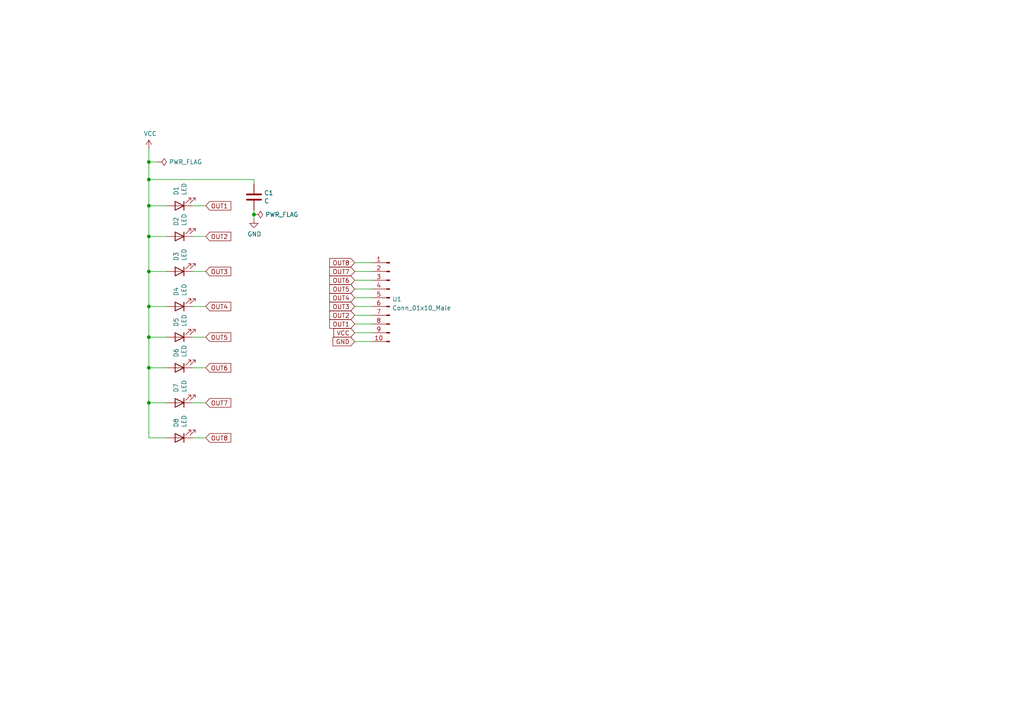
<source format=kicad_sch>
(kicad_sch (version 20211123) (generator eeschema)
  (paper "A4")
  (lib_symbols
    (symbol "Connector:Conn_01x10_Male" (pin_names (offset 1.016) hide)
      (property "Reference" "J" (at 0 12.7 0))
      (property "Value" "Conn_01x10_Male" (at 0 -15.24 0))
      (symbol "Conn_01x10_Male_1_1"
        (polyline (pts (xy 1.27 -12.7) (xy 0.8636 -12.7)) (stroke (width 0.1524)))
        (polyline (pts (xy 1.27 -10.16) (xy 0.8636 -10.16)) (stroke (width 0.1524)))
        (polyline (pts (xy 1.27 -7.62) (xy 0.8636 -7.62)) (stroke (width 0.1524)))
        (polyline (pts (xy 1.27 -5.08) (xy 0.8636 -5.08)) (stroke (width 0.1524)))
        (polyline (pts (xy 1.27 -2.54) (xy 0.8636 -2.54)) (stroke (width 0.1524)))
        (polyline (pts (xy 1.27 0) (xy 0.8636 0)) (stroke (width 0.1524)))
        (polyline (pts (xy 1.27 2.54) (xy 0.8636 2.54)) (stroke (width 0.1524)))
        (polyline (pts (xy 1.27 5.08) (xy 0.8636 5.08)) (stroke (width 0.1524)))
        (polyline (pts (xy 1.27 7.62) (xy 0.8636 7.62)) (stroke (width 0.1524)))
        (polyline (pts (xy 1.27 10.16) (xy 0.8636 10.16)) (stroke (width 0.1524)))
        (rectangle (start 0.8636 -12.573) (end 0 -12.827) (stroke (width 0.1524)) (fill (type outline)))
        (rectangle (start 0.8636 -10.033) (end 0 -10.287) (stroke (width 0.1524)) (fill (type outline)))
        (rectangle (start 0.8636 -7.493) (end 0 -7.747) (stroke (width 0.1524)) (fill (type outline)))
        (rectangle (start 0.8636 -4.953) (end 0 -5.207) (stroke (width 0.1524)) (fill (type outline)))
        (rectangle (start 0.8636 -2.413) (end 0 -2.667) (stroke (width 0.1524)) (fill (type outline)))
        (rectangle (start 0.8636 0.127) (end 0 -0.127) (stroke (width 0.1524)) (fill (type outline)))
        (rectangle (start 0.8636 2.667) (end 0 2.413) (stroke (width 0.1524)) (fill (type outline)))
        (rectangle (start 0.8636 5.207) (end 0 4.953) (stroke (width 0.1524)) (fill (type outline)))
        (rectangle (start 0.8636 7.747) (end 0 7.493) (stroke (width 0.1524)) (fill (type outline)))
        (rectangle (start 0.8636 10.287) (end 0 10.033) (stroke (width 0.1524)) (fill (type outline)))
        (pin passive line (at 5.08 10.16 180) (length 3.81) (name "Pin_1") (number "1"))
        (pin passive line (at 5.08 -12.7 180) (length 3.81) (name "Pin_10") (number "10"))
        (pin passive line (at 5.08 7.62 180) (length 3.81) (name "Pin_2") (number "2"))
        (pin passive line (at 5.08 5.08 180) (length 3.81) (name "Pin_3") (number "3"))
        (pin passive line (at 5.08 2.54 180) (length 3.81) (name "Pin_4") (number "4"))
        (pin passive line (at 5.08 0 180) (length 3.81) (name "Pin_5") (number "5"))
        (pin passive line (at 5.08 -2.54 180) (length 3.81) (name "Pin_6") (number "6"))
        (pin passive line (at 5.08 -5.08 180) (length 3.81) (name "Pin_7") (number "7"))
        (pin passive line (at 5.08 -7.62 180) (length 3.81) (name "Pin_8") (number "8"))
        (pin passive line (at 5.08 -10.16 180) (length 3.81) (name "Pin_9") (number "9"))
      )
    )
    (symbol "Device:C" (pin_numbers hide) (pin_names (offset 0.254))
      (property "Reference" "C" (at 0.635 2.54 0))
      (property "Value" "C" (at 0.635 -2.54 0))
      (symbol "C_0_1"
        (polyline (pts (xy -2.032 -0.762) (xy 2.032 -0.762)) (stroke (width 0.508)))
        (polyline (pts (xy -2.032 0.762) (xy 2.032 0.762)) (stroke (width 0.508)))
      )
      (symbol "C_1_1"
        (pin passive line (at 0 3.81 270) (length 2.794) (name "~") (number "1"))
        (pin passive line (at 0 -3.81 90) (length 2.794) (name "~") (number "2"))
      )
    )
    (symbol "Device:LED" (pin_numbers hide) (pin_names (offset 1.016) hide)
      (property "Reference" "D" (at 0 2.54 0))
      (property "Value" "LED" (at 0 -2.54 0))
      (symbol "LED_0_1"
        (polyline (pts (xy -1.27 -1.27) (xy -1.27 1.27)) (stroke (width 0.254)))
        (polyline (pts (xy -1.27 0) (xy 1.27 0)))
        (polyline (pts (xy 1.27 -1.27) (xy 1.27 1.27) (xy -1.27 0) (xy 1.27 -1.27)) (stroke (width 0.254)))
        (polyline (pts (xy -3.048 -0.762) (xy -4.572 -2.286) (xy -3.81 -2.286) (xy -4.572 -2.286) (xy -4.572 -1.524)))
        (polyline (pts (xy -1.778 -0.762) (xy -3.302 -2.286) (xy -2.54 -2.286) (xy -3.302 -2.286) (xy -3.302 -1.524)))
      )
      (symbol "LED_1_1"
        (pin passive line (at -3.81 0 0) (length 2.54) (name "K") (number "1"))
        (pin passive line (at 3.81 0 180) (length 2.54) (name "A") (number "2"))
      )
    )
    (symbol "power:GND" (power) (pin_names (offset 0))
      (property "Value" "GND" (at 0 -3.81 0))
      (symbol "GND_0_1"
        (polyline (pts (xy 0 0) (xy 0 -1.27) (xy 1.27 -1.27) (xy 0 -2.54) (xy -1.27 -1.27) (xy 0 -1.27)))
      )
      (symbol "GND_1_1"
        (pin power_in line (at 0 0 270) (length 0) hide (name "GND") (number "1"))
      )
    )
    (symbol "power:PWR_FLAG" (power) (pin_numbers hide) (pin_names (offset 0) hide)
      (property "Value" "PWR_FLAG" (at 0 3.81 0))
      (symbol "PWR_FLAG_0_0"
        (pin power_out line (at 0 0 90) (length 0) (name "pwr") (number "1"))
      )
      (symbol "PWR_FLAG_0_1"
        (polyline (pts (xy 0 0) (xy 0 1.27) (xy -1.016 1.905) (xy 0 2.54) (xy 1.016 1.905) (xy 0 1.27)))
      )
    )
    (symbol "power:VCC" (power) (pin_names (offset 0))
      (property "Value" "VCC" (at 0 3.81 0))
      (symbol "VCC_0_1"
        (polyline (pts (xy -0.762 1.27) (xy 0 2.54)))
        (polyline (pts (xy 0 0) (xy 0 2.54)))
        (polyline (pts (xy 0 2.54) (xy 0.762 1.27)))
      )
      (symbol "VCC_1_1"
        (pin power_in line (at 0 0 90) (length 0) hide (name "VCC") (number "1"))
      )
    )
  )
  (junction (at 43.18 116.84))
  (junction (at 43.18 78.74))
  (junction (at 43.18 106.68))
  (junction (at 43.18 97.79))
  (junction (at 43.18 52.07))
  (junction (at 43.18 46.99))
  (junction (at 43.18 59.69))
  (junction (at 43.18 68.58))
  (junction (at 73.66 62.23))
  (junction (at 43.18 88.9))
  (wire (pts (xy 48.26 116.84) (xy 43.18 116.84)))
  (wire (pts (xy 43.18 116.84) (xy 43.18 106.68)))
  (wire (pts (xy 59.69 68.58) (xy 55.88 68.58)))
  (wire (pts (xy 48.26 88.9) (xy 43.18 88.9)))
  (wire (pts (xy 73.66 53.34) (xy 73.66 52.07)))
  (wire (pts (xy 48.26 97.79) (xy 43.18 97.79)))
  (wire (pts (xy 102.87 91.44) (xy 107.95 91.44)))
  (wire (pts (xy 59.69 106.68) (xy 55.88 106.68)))
  (wire (pts (xy 43.18 68.58) (xy 43.18 59.69)))
  (wire (pts (xy 48.26 106.68) (xy 43.18 106.68)))
  (wire (pts (xy 48.26 59.69) (xy 43.18 59.69)))
  (wire (pts (xy 102.87 76.2) (xy 107.95 76.2)))
  (wire (pts (xy 43.18 52.07) (xy 73.66 52.07)))
  (wire (pts (xy 45.72 46.99) (xy 43.18 46.99)))
  (wire (pts (xy 59.69 59.69) (xy 55.88 59.69)))
  (wire (pts (xy 102.87 83.82) (xy 107.95 83.82)))
  (wire (pts (xy 48.26 78.74) (xy 43.18 78.74)))
  (wire (pts (xy 48.26 127) (xy 43.18 127)))
  (wire (pts (xy 59.69 78.74) (xy 55.88 78.74)))
  (wire (pts (xy 43.18 52.07) (xy 43.18 59.69)))
  (wire (pts (xy 43.18 106.68) (xy 43.18 97.79)))
  (wire (pts (xy 102.87 93.98) (xy 107.95 93.98)))
  (wire (pts (xy 43.18 127) (xy 43.18 116.84)))
  (wire (pts (xy 43.18 46.99) (xy 43.18 52.07)))
  (wire (pts (xy 107.95 81.28) (xy 102.87 81.28)))
  (wire (pts (xy 43.18 43.18) (xy 43.18 46.99)))
  (wire (pts (xy 73.66 60.96) (xy 73.66 62.23)))
  (wire (pts (xy 107.95 88.9) (xy 102.87 88.9)))
  (wire (pts (xy 59.69 116.84) (xy 55.88 116.84)))
  (wire (pts (xy 59.69 127) (xy 55.88 127)))
  (wire (pts (xy 107.95 86.36) (xy 102.87 86.36)))
  (wire (pts (xy 48.26 68.58) (xy 43.18 68.58)))
  (wire (pts (xy 102.87 99.06) (xy 107.95 99.06)))
  (wire (pts (xy 73.66 62.23) (xy 73.66 63.5)))
  (wire (pts (xy 43.18 78.74) (xy 43.18 68.58)))
  (wire (pts (xy 59.69 88.9) (xy 55.88 88.9)))
  (wire (pts (xy 102.87 78.74) (xy 107.95 78.74)))
  (wire (pts (xy 43.18 97.79) (xy 43.18 88.9)))
  (wire (pts (xy 59.69 97.79) (xy 55.88 97.79)))
  (wire (pts (xy 43.18 88.9) (xy 43.18 78.74)))
  (wire (pts (xy 102.87 96.52) (xy 107.95 96.52)))
  (global_label "OUT2" (shape input) (at 102.87 91.44 180) (property "Intersheet References" "${INTERSHEET_REFS}" (effects hide)))
  (global_label "GND" (shape input) (at 102.87 99.06 180) (property "Intersheet References" "${INTERSHEET_REFS}" (effects hide)))
  (global_label "OUT5" (shape input) (at 59.69 97.79 0) (property "Intersheet References" "${INTERSHEET_REFS}" (effects hide)))
  (global_label "OUT6" (shape input) (at 102.87 81.28 180) (property "Intersheet References" "${INTERSHEET_REFS}" (effects hide)))
  (global_label "OUT8" (shape input) (at 102.87 76.2 180) (property "Intersheet References" "${INTERSHEET_REFS}" (effects hide)))
  (global_label "OUT7" (shape input) (at 59.69 116.84 0) (property "Intersheet References" "${INTERSHEET_REFS}" (effects hide)))
  (global_label "OUT6" (shape input) (at 59.69 106.68 0) (property "Intersheet References" "${INTERSHEET_REFS}" (effects hide)))
  (global_label "OUT1" (shape input) (at 59.69 59.69 0) (property "Intersheet References" "${INTERSHEET_REFS}" (effects hide)))
  (global_label "OUT7" (shape input) (at 102.87 78.74 180) (property "Intersheet References" "${INTERSHEET_REFS}" (effects hide)))
  (global_label "VCC" (shape input) (at 102.87 96.52 180) (property "Intersheet References" "${INTERSHEET_REFS}" (effects hide)))
  (global_label "OUT4" (shape input) (at 102.87 86.36 180) (property "Intersheet References" "${INTERSHEET_REFS}" (effects hide)))
  (global_label "OUT1" (shape input) (at 102.87 93.98 180) (property "Intersheet References" "${INTERSHEET_REFS}" (effects hide)))
  (global_label "OUT8" (shape input) (at 59.69 127 0) (property "Intersheet References" "${INTERSHEET_REFS}" (effects hide)))
  (global_label "OUT3" (shape input) (at 102.87 88.9 180) (property "Intersheet References" "${INTERSHEET_REFS}" (effects hide)))
  (global_label "OUT4" (shape input) (at 59.69 88.9 0) (property "Intersheet References" "${INTERSHEET_REFS}" (effects hide)))
  (global_label "OUT5" (shape input) (at 102.87 83.82 180) (property "Intersheet References" "${INTERSHEET_REFS}" (effects hide)))
  (global_label "OUT3" (shape input) (at 59.69 78.74 0) (property "Intersheet References" "${INTERSHEET_REFS}" (effects hide)))
  (global_label "OUT2" (shape input) (at 59.69 68.58 0) (property "Intersheet References" "${INTERSHEET_REFS}" (effects hide)))
  (symbol (lib_id "Device:LED") (at 52.07 127 180) (unit 1)
    (property "Reference" "D8" (at 51.0794 124.0028 90) (effects (justify right)))
    (property "Value" "LED" (at 53.3908 124.0028 90) (effects (justify right)))
    (property "Footprint" "LEDs:LED_D5.0mm" (effects hide))
  )
  (symbol (lib_id "Device:LED") (at 52.07 116.84 180) (unit 1)
    (property "Reference" "D7" (at 51.0794 113.8428 90) (effects (justify right)))
    (property "Value" "LED" (at 53.3908 113.8428 90) (effects (justify right)))
    (property "Footprint" "LEDs:LED_D5.0mm" (effects hide))
  )
  (symbol (lib_id "Device:LED") (at 52.07 106.68 180) (unit 1)
    (property "Reference" "D6" (at 51.0794 103.6828 90) (effects (justify right)))
    (property "Value" "LED" (at 53.3908 103.6828 90) (effects (justify right)))
    (property "Footprint" "LEDs:LED_D5.0mm" (effects hide))
  )
  (symbol (lib_id "Device:LED") (at 52.07 97.79 180) (unit 1)
    (property "Reference" "D5" (at 51.0794 94.7928 90) (effects (justify right)))
    (property "Value" "LED" (at 53.3908 94.7928 90) (effects (justify right)))
    (property "Footprint" "LEDs:LED_D5.0mm" (effects hide))
  )
  (symbol (lib_id "Device:LED") (at 52.07 88.9 180) (unit 1)
    (property "Reference" "D4" (at 51.0794 85.9028 90) (effects (justify right)))
    (property "Value" "LED" (at 53.3908 85.9028 90) (effects (justify right)))
    (property "Footprint" "LEDs:LED_D5.0mm" (effects hide))
  )
  (symbol (lib_id "Device:LED") (at 52.07 78.74 180) (unit 1)
    (property "Reference" "D3" (at 51.0794 75.7428 90) (effects (justify right)))
    (property "Value" "LED" (at 53.3908 75.7428 90) (effects (justify right)))
    (property "Footprint" "LEDs:LED_D5.0mm" (effects hide))
  )
  (symbol (lib_id "Device:LED") (at 52.07 68.58 180) (unit 1)
    (property "Reference" "D2" (at 51.0794 65.5828 90) (effects (justify right)))
    (property "Value" "LED" (at 53.3908 65.5828 90) (effects (justify right)))
    (property "Footprint" "LEDs:LED_D5.0mm" (effects hide))
  )
  (symbol (lib_id "Device:LED") (at 52.07 59.69 180) (unit 1)
    (property "Reference" "D1" (at 51.0794 56.6928 90) (effects (justify right)))
    (property "Value" "LED" (at 53.3908 56.6928 90) (effects (justify right)))
    (property "Footprint" "LEDs:LED_D5.0mm" (effects hide))
  )
  (symbol (lib_id "power:VCC") (at 43.18 43.18 0) (unit 1)
    (property "Reference" "#PWR01" (effects hide))
    (property "Value" "VCC" (at 43.561 38.7858 0))
  )
  (symbol (lib_id "Device:C") (at 73.66 57.15 0) (unit 1)
    (property "Reference" "C1" (at 76.581 55.9816 0) (effects (justify left)))
    (property "Value" "C" (at 76.581 58.293 0) (effects (justify left)))
    (property "Footprint" "Capacitors_SMD:C_0603_HandSoldering" (effects hide))
  )
  (symbol (lib_id "power:GND") (at 73.66 63.5 0) (unit 1)
    (property "Reference" "#PWR02" (effects hide))
    (property "Value" "GND" (at 73.787 67.8942 0))
  )
  (symbol (lib_id "power:PWR_FLAG") (at 45.72 46.99 270) (unit 1)
    (property "Reference" "#FLG01" (effects hide))
    (property "Value" "PWR_FLAG" (at 48.9712 46.99 90) (effects (justify left)))
  )
  (symbol (lib_id "power:PWR_FLAG") (at 73.66 62.23 270) (unit 1)
    (property "Reference" "#FLG02" (effects hide))
    (property "Value" "PWR_FLAG" (at 76.9112 62.23 90) (effects (justify left)))
  )
  (symbol (lib_id "Connector:Conn_01x10_Male") (at 113.03 86.36 0) (mirror y) (unit 1)
    (property "Reference" "U1" (at 113.7412 86.7953 0) (effects (justify right)))
    (property "Value" "Conn_01x10_Male" (at 113.7412 89.3322 0) (effects (justify right)))
    (property "Footprint" "Connector_PinHeader_1.27mm:PinHeader_2x05_P1.27mm_Horizontal" (effects hide))
  )
)
</source>
